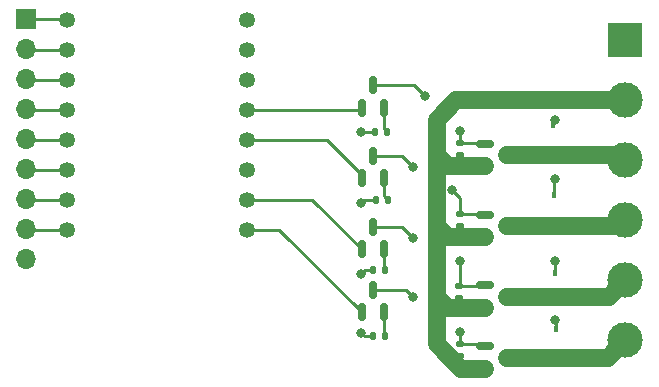
<source format=gtl>
G04 #@! TF.GenerationSoftware,KiCad,Pcbnew,6.0.11+dfsg-1*
G04 #@! TF.CreationDate,2026-01-16T17:50:55+01:00*
G04 #@! TF.ProjectId,bed-remote,6265642d-7265-46d6-9f74-652e6b696361,rev?*
G04 #@! TF.SameCoordinates,Original*
G04 #@! TF.FileFunction,Copper,L1,Top*
G04 #@! TF.FilePolarity,Positive*
%FSLAX46Y46*%
G04 Gerber Fmt 4.6, Leading zero omitted, Abs format (unit mm)*
G04 Created by KiCad (PCBNEW 6.0.11+dfsg-1) date 2026-01-16 17:50:55*
%MOMM*%
%LPD*%
G01*
G04 APERTURE LIST*
G04 Aperture macros list*
%AMRoundRect*
0 Rectangle with rounded corners*
0 $1 Rounding radius*
0 $2 $3 $4 $5 $6 $7 $8 $9 X,Y pos of 4 corners*
0 Add a 4 corners polygon primitive as box body*
4,1,4,$2,$3,$4,$5,$6,$7,$8,$9,$2,$3,0*
0 Add four circle primitives for the rounded corners*
1,1,$1+$1,$2,$3*
1,1,$1+$1,$4,$5*
1,1,$1+$1,$6,$7*
1,1,$1+$1,$8,$9*
0 Add four rect primitives between the rounded corners*
20,1,$1+$1,$2,$3,$4,$5,0*
20,1,$1+$1,$4,$5,$6,$7,0*
20,1,$1+$1,$6,$7,$8,$9,0*
20,1,$1+$1,$8,$9,$2,$3,0*%
G04 Aperture macros list end*
G04 #@! TA.AperFunction,ComponentPad*
%ADD10R,1.700000X1.700000*%
G04 #@! TD*
G04 #@! TA.AperFunction,ComponentPad*
%ADD11O,1.700000X1.700000*%
G04 #@! TD*
G04 #@! TA.AperFunction,SMDPad,CuDef*
%ADD12RoundRect,0.135000X-0.185000X0.135000X-0.185000X-0.135000X0.185000X-0.135000X0.185000X0.135000X0*%
G04 #@! TD*
G04 #@! TA.AperFunction,SMDPad,CuDef*
%ADD13R,0.450000X0.600000*%
G04 #@! TD*
G04 #@! TA.AperFunction,SMDPad,CuDef*
%ADD14RoundRect,0.135000X-0.135000X-0.185000X0.135000X-0.185000X0.135000X0.185000X-0.135000X0.185000X0*%
G04 #@! TD*
G04 #@! TA.AperFunction,SMDPad,CuDef*
%ADD15RoundRect,0.150000X-0.587500X-0.150000X0.587500X-0.150000X0.587500X0.150000X-0.587500X0.150000X0*%
G04 #@! TD*
G04 #@! TA.AperFunction,ComponentPad*
%ADD16R,3.000000X3.000000*%
G04 #@! TD*
G04 #@! TA.AperFunction,ComponentPad*
%ADD17C,3.000000*%
G04 #@! TD*
G04 #@! TA.AperFunction,SMDPad,CuDef*
%ADD18RoundRect,0.150000X0.150000X-0.587500X0.150000X0.587500X-0.150000X0.587500X-0.150000X-0.587500X0*%
G04 #@! TD*
G04 #@! TA.AperFunction,ComponentPad*
%ADD19C,1.348000*%
G04 #@! TD*
G04 #@! TA.AperFunction,ViaPad*
%ADD20C,0.800000*%
G04 #@! TD*
G04 #@! TA.AperFunction,Conductor*
%ADD21C,0.250000*%
G04 #@! TD*
G04 #@! TA.AperFunction,Conductor*
%ADD22C,1.500000*%
G04 #@! TD*
G04 APERTURE END LIST*
D10*
X39220000Y-21460000D03*
D11*
X39220000Y-24000000D03*
X39220000Y-26540000D03*
X39220000Y-29080000D03*
X39220000Y-31620000D03*
X39220000Y-34160000D03*
X39220000Y-36700000D03*
X39220000Y-39240000D03*
X39220000Y-41780000D03*
D12*
X76000000Y-49015000D03*
X76000000Y-50035000D03*
D13*
X83875000Y-32600000D03*
X83875000Y-30500000D03*
D12*
X75890000Y-44081359D03*
X75890000Y-45101359D03*
D13*
X84075000Y-49800000D03*
X84075000Y-47700000D03*
D14*
X68907398Y-36775109D03*
X69927398Y-36775109D03*
D15*
X78062500Y-49212500D03*
X78062500Y-51112500D03*
X79937500Y-50162500D03*
X78062500Y-38050000D03*
X78062500Y-39950000D03*
X79937500Y-39000000D03*
D16*
X90000000Y-23300000D03*
D17*
X90000000Y-28380000D03*
X90000000Y-33460000D03*
X90000000Y-38540000D03*
X90000000Y-43620000D03*
X90000000Y-48700000D03*
D15*
X78062500Y-44050000D03*
X78062500Y-45950000D03*
X79937500Y-45000000D03*
D14*
X68790116Y-31045109D03*
X69810116Y-31045109D03*
D18*
X67685116Y-34982609D03*
X69585116Y-34982609D03*
X68635116Y-33107609D03*
D14*
X68650116Y-42725109D03*
X69670116Y-42725109D03*
D18*
X67685116Y-46332609D03*
X69585116Y-46332609D03*
X68635116Y-44457609D03*
D19*
X57920000Y-39330000D03*
X57920000Y-36790000D03*
X57920000Y-34250000D03*
X57920000Y-31710000D03*
X57920000Y-26630000D03*
X57920000Y-29170000D03*
X42680000Y-21550000D03*
X57920000Y-21550000D03*
X42680000Y-24090000D03*
X42680000Y-26630000D03*
X42680000Y-29170000D03*
X42680000Y-31710000D03*
X42680000Y-34250000D03*
X42680000Y-36790000D03*
X42680000Y-39330000D03*
X57920000Y-24090000D03*
D18*
X67685116Y-28982609D03*
X69585116Y-28982609D03*
X68635116Y-27107609D03*
D14*
X68650116Y-48315109D03*
X69670116Y-48315109D03*
D15*
X78062500Y-32050000D03*
X78062500Y-33950000D03*
X79937500Y-33000000D03*
D18*
X67685116Y-40982609D03*
X69585116Y-40982609D03*
X68635116Y-39107609D03*
D12*
X76000000Y-37965000D03*
X76000000Y-38985000D03*
D13*
X83925000Y-38500000D03*
X83925000Y-36400000D03*
D12*
X76000000Y-32015000D03*
X76000000Y-33035000D03*
D13*
X84000000Y-45100000D03*
X84000000Y-43000000D03*
D20*
X76000000Y-48000000D03*
X72000000Y-45000000D03*
X72000000Y-40000000D03*
X76000000Y-42000000D03*
X72000000Y-34000000D03*
X75349500Y-36000000D03*
X76000000Y-31000000D03*
X73000000Y-28000000D03*
X67635116Y-37045109D03*
X84000000Y-30000000D03*
X67635116Y-43045109D03*
X84000000Y-35000000D03*
X84000000Y-47000000D03*
X67635116Y-31045109D03*
X84000000Y-42000000D03*
X67635116Y-48045109D03*
D21*
X67685116Y-34685116D02*
X64710000Y-31710000D01*
X57920000Y-39330000D02*
X60682507Y-39330000D01*
X60682507Y-39330000D02*
X67685116Y-46332609D01*
X57920000Y-36790000D02*
X63492507Y-36790000D01*
X63492507Y-36790000D02*
X67685116Y-40982609D01*
X57920000Y-31710000D02*
X64710000Y-31710000D01*
X57920000Y-29170000D02*
X67830000Y-29170000D01*
X42680000Y-24090000D02*
X39310000Y-24090000D01*
X39310000Y-24090000D02*
X39220000Y-24000000D01*
X42680000Y-26630000D02*
X39310000Y-26630000D01*
X39310000Y-26630000D02*
X39220000Y-26540000D01*
X42680000Y-29170000D02*
X39310000Y-29170000D01*
X39310000Y-29170000D02*
X39220000Y-29080000D01*
X42680000Y-31710000D02*
X39310000Y-31710000D01*
X39310000Y-31710000D02*
X39220000Y-31620000D01*
X42680000Y-34250000D02*
X39310000Y-34250000D01*
X39310000Y-34250000D02*
X39220000Y-34160000D01*
X42680000Y-36790000D02*
X39310000Y-36790000D01*
X39310000Y-36790000D02*
X39220000Y-36700000D01*
X42680000Y-39330000D02*
X39310000Y-39330000D01*
X39310000Y-39330000D02*
X39220000Y-39240000D01*
X39220000Y-21460000D02*
X42590000Y-21460000D01*
X42590000Y-21460000D02*
X42680000Y-21550000D01*
X68635116Y-44457609D02*
X71457609Y-44457609D01*
X71457609Y-44457609D02*
X72000000Y-45000000D01*
X76000000Y-48000000D02*
X76000000Y-49015000D01*
X71107609Y-39107609D02*
X72000000Y-40000000D01*
X68635116Y-39107609D02*
X71107609Y-39107609D01*
X76000000Y-42000000D02*
X76000000Y-44000000D01*
X75918641Y-44081359D02*
X75890000Y-44081359D01*
X76000000Y-44000000D02*
X75918641Y-44081359D01*
X71107609Y-33107609D02*
X72000000Y-34000000D01*
X68635116Y-33107609D02*
X71107609Y-33107609D01*
X76000000Y-36650500D02*
X76000000Y-37965000D01*
X75349500Y-36000000D02*
X76000000Y-36650500D01*
X69585116Y-46332609D02*
X69585116Y-48230109D01*
X69585116Y-48230109D02*
X69670116Y-48315109D01*
X69585116Y-40982609D02*
X69585116Y-42640109D01*
X69585116Y-42640109D02*
X69670116Y-42725109D01*
X69585116Y-34982609D02*
X69585116Y-36432827D01*
X69585116Y-36432827D02*
X69927398Y-36775109D01*
X69585116Y-28982609D02*
X69585116Y-30820109D01*
X69585116Y-30820109D02*
X69810116Y-31045109D01*
X68635116Y-27107609D02*
X72107609Y-27107609D01*
X72107609Y-27107609D02*
X73000000Y-28000000D01*
X76000000Y-31000000D02*
X76000000Y-32015000D01*
X83925000Y-36400000D02*
X83925000Y-35075000D01*
X68650116Y-42725109D02*
X67955116Y-42725109D01*
X83925000Y-35075000D02*
X84000000Y-35000000D01*
X83875000Y-30125000D02*
X84000000Y-30000000D01*
X68650116Y-48315109D02*
X67905116Y-48315109D01*
X67955116Y-42725109D02*
X67635116Y-43045109D01*
X68907398Y-36775109D02*
X67905116Y-36775109D01*
X84075000Y-47075000D02*
X84000000Y-47000000D01*
X67905116Y-48315109D02*
X67635116Y-48045109D01*
X84075000Y-47700000D02*
X84075000Y-47075000D01*
X84000000Y-43000000D02*
X84000000Y-42000000D01*
X83875000Y-30500000D02*
X83875000Y-30125000D01*
X68790116Y-31045109D02*
X67635116Y-31045109D01*
X67905116Y-36775109D02*
X67635116Y-37045109D01*
D22*
X74950000Y-45950000D02*
X78062500Y-45950000D01*
X90000000Y-28380000D02*
X75620000Y-28380000D01*
X76112500Y-51112500D02*
X78062500Y-51112500D01*
X74000000Y-39000000D02*
X74000000Y-45000000D01*
X74000000Y-45000000D02*
X74000000Y-49000000D01*
X74000000Y-33000000D02*
X74000000Y-39000000D01*
X74950000Y-39950000D02*
X78062500Y-39950000D01*
X75620000Y-28380000D02*
X74000000Y-30000000D01*
X74000000Y-49000000D02*
X76112500Y-51112500D01*
X74950000Y-33950000D02*
X78062500Y-33950000D01*
X74000000Y-39000000D02*
X74950000Y-39950000D01*
X74000000Y-33000000D02*
X74950000Y-33950000D01*
X74000000Y-45000000D02*
X74950000Y-45950000D01*
X74000000Y-30000000D02*
X74000000Y-33000000D01*
X79937500Y-33000000D02*
X89540000Y-33000000D01*
X89540000Y-33000000D02*
X90000000Y-33460000D01*
X89540000Y-39000000D02*
X90000000Y-38540000D01*
X79937500Y-39000000D02*
X89540000Y-39000000D01*
X79937500Y-45000000D02*
X88620000Y-45000000D01*
X88620000Y-45000000D02*
X90000000Y-43620000D01*
X79937500Y-50162500D02*
X88537500Y-50162500D01*
X88537500Y-50162500D02*
X90000000Y-48700000D01*
D21*
X77865000Y-49015000D02*
X78062500Y-49212500D01*
X76000000Y-49015000D02*
X77865000Y-49015000D01*
X75890000Y-44081359D02*
X78031141Y-44081359D01*
X78031141Y-44081359D02*
X78062500Y-44050000D01*
X76000000Y-37965000D02*
X77977500Y-37965000D01*
X77977500Y-37965000D02*
X78062500Y-38050000D01*
X78027500Y-32015000D02*
X78062500Y-32050000D01*
X76000000Y-32015000D02*
X78027500Y-32015000D01*
M02*

</source>
